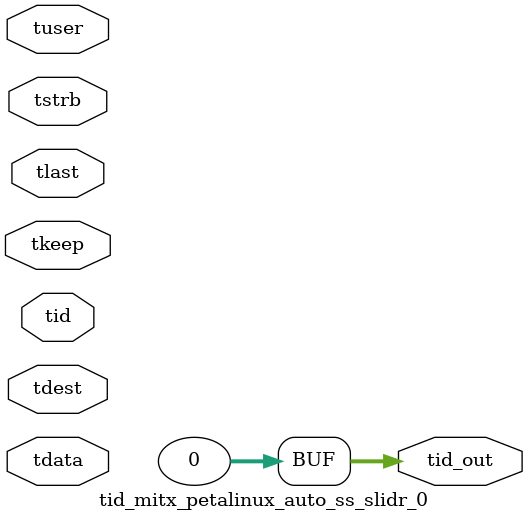
<source format=v>


`timescale 1ps/1ps

module tid_mitx_petalinux_auto_ss_slidr_0 #
(
parameter C_S_AXIS_TID_WIDTH   = 1,
parameter C_S_AXIS_TUSER_WIDTH = 0,
parameter C_S_AXIS_TDATA_WIDTH = 0,
parameter C_S_AXIS_TDEST_WIDTH = 0,
parameter C_M_AXIS_TID_WIDTH   = 32
)
(
input  [(C_S_AXIS_TID_WIDTH   == 0 ? 1 : C_S_AXIS_TID_WIDTH)-1:0       ] tid,
input  [(C_S_AXIS_TDATA_WIDTH == 0 ? 1 : C_S_AXIS_TDATA_WIDTH)-1:0     ] tdata,
input  [(C_S_AXIS_TUSER_WIDTH == 0 ? 1 : C_S_AXIS_TUSER_WIDTH)-1:0     ] tuser,
input  [(C_S_AXIS_TDEST_WIDTH == 0 ? 1 : C_S_AXIS_TDEST_WIDTH)-1:0     ] tdest,
input  [(C_S_AXIS_TDATA_WIDTH/8)-1:0 ] tkeep,
input  [(C_S_AXIS_TDATA_WIDTH/8)-1:0 ] tstrb,
input                                                                    tlast,
output [(C_M_AXIS_TID_WIDTH   == 0 ? 1 : C_M_AXIS_TID_WIDTH)-1:0       ] tid_out
);

assign tid_out = {1'b0};

endmodule


</source>
